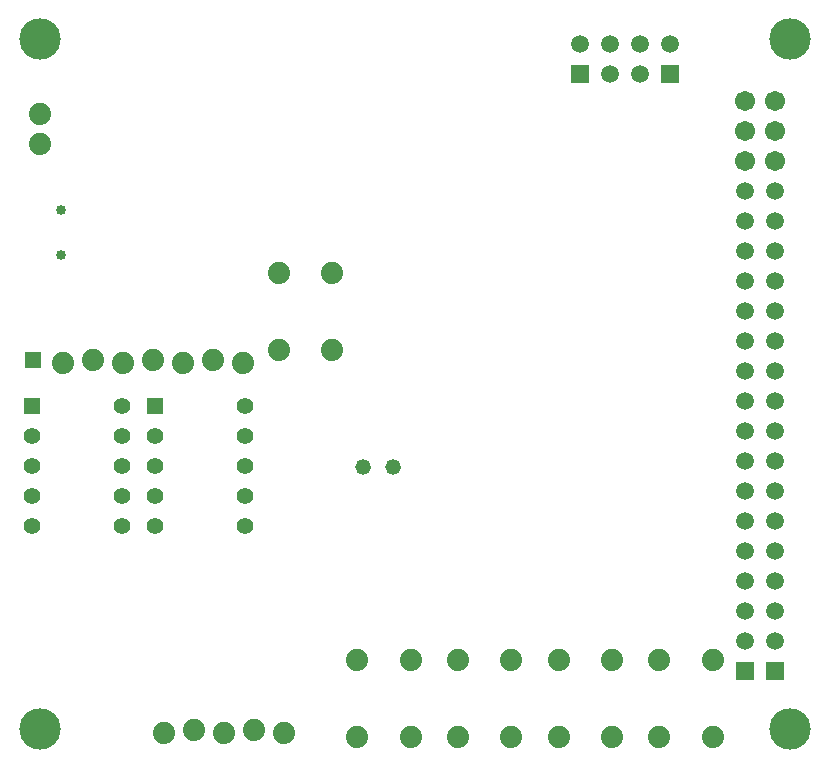
<source format=gbr>
%TF.GenerationSoftware,Novarm,DipTrace,3.2.0.1*%
%TF.CreationDate,2017-11-16T22:50:55-08:00*%
%FSLAX26Y26*%
%MOIN*%
%TF.FileFunction,Soldermask,Bot*%
%TF.Part,Single*%
%AMOUTLINE6*
4,1,4,
0.026163,0.026163,
0.026205,-0.026121,
-0.026121,-0.026205,
-0.026163,0.026163,
0.026163,0.026163,
0*%
%ADD30C,0.074*%
%ADD33C,0.052*%
%ADD41R,0.05937X0.05937*%
%ADD42C,0.05937*%
%ADD47R,0.059055X0.059055*%
%ADD48C,0.059055*%
%ADD50C,0.137795*%
%ADD51C,0.033465*%
%ADD59C,0.067055*%
%ADD87C,0.056*%
%ADD89R,0.055992X0.055992*%
%ADD106OUTLINE6*%
G75*
G01*
%LPD*%
D89*
X875251Y1572125D3*
D87*
Y1472125D3*
Y1372125D3*
Y1272125D3*
Y1172125D3*
X1175251D3*
Y1272125D3*
Y1372125D3*
Y1472125D3*
Y1572125D3*
D89*
X465875D3*
D87*
Y1472125D3*
Y1372125D3*
Y1272125D3*
Y1172125D3*
X765875D3*
Y1272125D3*
Y1372125D3*
Y1472125D3*
Y1572125D3*
D50*
X494000Y494000D3*
X2994000D3*
Y2794000D3*
X494000D3*
D51*
X560831Y2225054D3*
Y2075446D3*
D30*
X494000Y2444000D3*
Y2544000D3*
D106*
X469000Y1725249D3*
D30*
X569000Y1715249D3*
X669000Y1725249D3*
X769000Y1715249D3*
X869000Y1725249D3*
X969000Y1715249D3*
X1069000Y1725249D3*
X1169000Y1715249D3*
D33*
X1569000Y1369000D3*
X1669000D3*
D30*
X1287749Y1756500D3*
Y2012500D3*
X1465749Y1756500D3*
Y2012500D3*
X1550249Y469000D3*
Y725000D3*
X1728249Y469000D3*
Y725000D3*
X1885667Y469000D3*
Y725000D3*
X2063667Y469000D3*
Y725000D3*
X2221083Y469000D3*
Y725000D3*
X2399083Y469000D3*
Y725000D3*
X2556500Y469000D3*
Y725000D3*
X2734500Y469000D3*
Y725000D3*
D41*
X2590875Y2678375D3*
D42*
Y2778375D3*
X2490875Y2678375D3*
Y2778375D3*
X2390875Y2678375D3*
Y2778375D3*
D41*
X2290875Y2678375D3*
D42*
Y2778375D3*
D47*
X2844000Y687749D3*
D48*
Y787749D3*
Y887749D3*
Y987749D3*
Y1087749D3*
Y1187749D3*
Y1287749D3*
Y1387749D3*
Y1487749D3*
Y1587749D3*
Y1687749D3*
Y1787749D3*
Y1887749D3*
Y1987749D3*
Y2087749D3*
Y2187749D3*
Y2287749D3*
D59*
Y2387749D3*
Y2487749D3*
Y2587749D3*
D47*
X2944000Y687749D3*
D48*
Y787749D3*
Y887749D3*
Y987749D3*
Y1087749D3*
Y1187749D3*
Y1287749D3*
Y1387749D3*
Y1487749D3*
Y1587749D3*
Y1687749D3*
Y1787749D3*
Y1887749D3*
Y1987749D3*
Y2087749D3*
Y2187749D3*
Y2287749D3*
D59*
Y2387749D3*
Y2487749D3*
Y2587749D3*
D30*
X1306596Y481247D3*
X1206596Y491247D3*
X1106596Y481247D3*
X1006596Y491247D3*
X906596Y481247D3*
M02*

</source>
